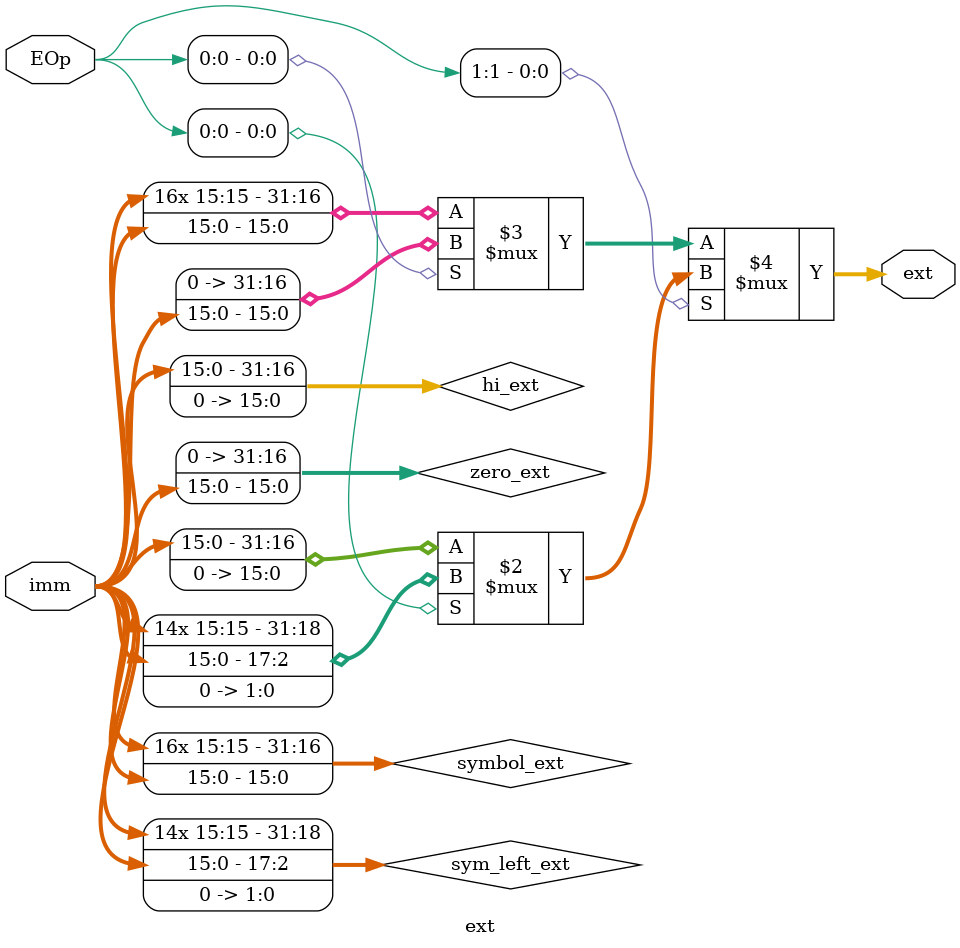
<source format=v>
`timescale 1ns / 1ps
module ext(
    input [15:0] imm,
    input [1:0] EOp,
    output [31:0] ext
    );

wire [31:0]symbol_ext = { {16{imm[15]}} ,imm[15:0]};
wire [31:0]zero_ext = {16'b00000000_00000000,imm[15:0]};
wire [31:0]hi_ext = {imm[15:0],16'b00000000_00000000};
wire [31:0]sym_left_ext = symbol_ext << 2'b10;

assign ext = EOp[1] ? ( EOp[0] ? sym_left_ext : hi_ext )
						  : ( EOp[0] ? zero_ext : symbol_ext );

endmodule

</source>
